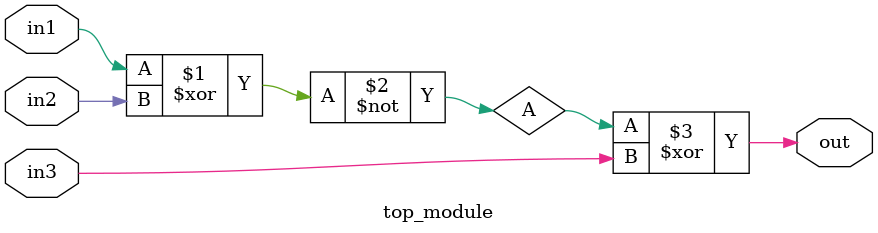
<source format=v>
module top_module (
    input in1,
    input in2,
    input in3,
    output out);
	wire A;
    assign A = ~(in1 ^ in2);
    assign out = (A ^ in3);
endmodule


</source>
